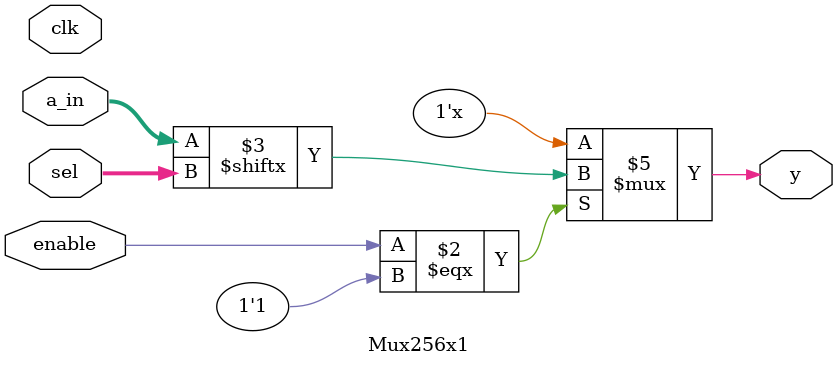
<source format=v>
module Mux256x1 #(
	parameter DATA_WIDTH = 256, SEL_WIDTH = 8
)(
	input clk,
	input enable,
	input [SEL_WIDTH-1:0] sel,
	input [DATA_WIDTH-1:0] a_in,
	output reg y
);

always @(clk,sel,a_in) begin
	if(enable === 1'b1) begin
		y = a_in[sel];
	end
	
end


endmodule

</source>
